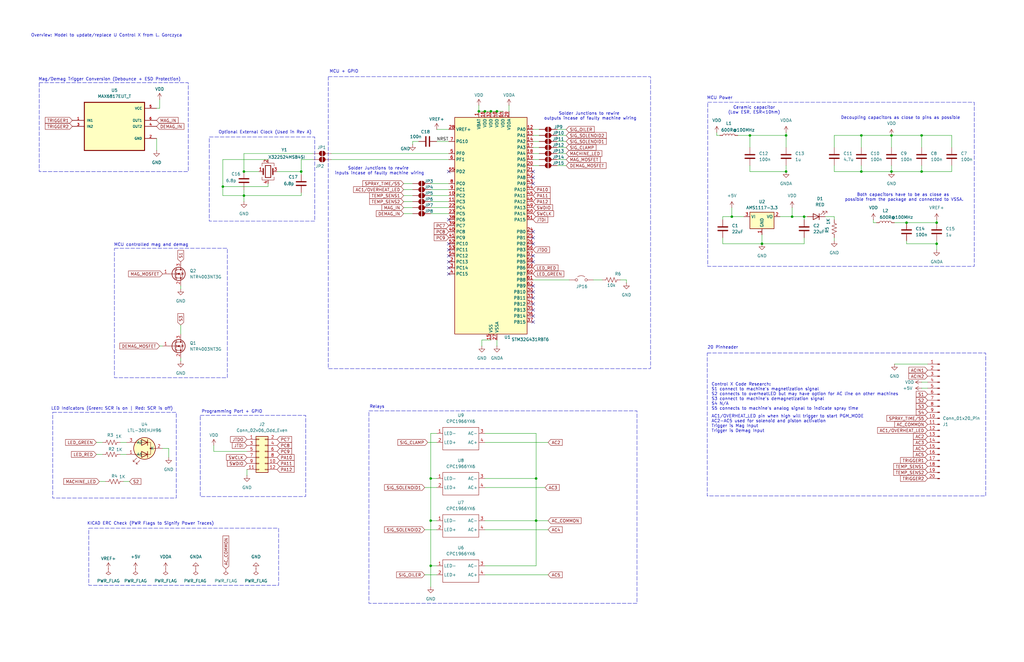
<source format=kicad_sch>
(kicad_sch (version 20250114) (generator "eeschema") (generator_version "9.0")
  (paper "B")
  (title_block (title "U Control") (date "2025-06-14") (rev "A") (company "Secured Solutions Group"))
  (rectangle (start 298.196 148.971) (end 415.671 209.296) (stroke (width 0) (type dash)))
  (rectangle (start 155.575 173.355) (end 268.605 254.635) (stroke (width 0) (type dash)))
  (rectangle (start 37.465 222.885) (end 117.475 247.015) (stroke (width 0) (type dash)))
  (rectangle (start 48.26 104.775) (end 95.885 159.385) (stroke (width 0) (type dash)))
  (rectangle (start 16.51 34.925) (end 79.375 72.39) (stroke (width 0) (type dash)))
  (rectangle (start 88.265 57.785) (end 132.715 93.345) (stroke (width 0) (type dash)))
  (rectangle (start 138.43 32.385) (end 274.32 155.575) (stroke (width 0) (type dash)))
  (rectangle (start 298.45 43.18) (end 410.845 112.395) (stroke (width 0) (type dash)))
  (rectangle (start 22.225 173.99) (end 74.295 210.185) (stroke (width 0) (type dash)))
  (rectangle (start 84.455 175.26) (end 128.905 209.55) (stroke (width 0) (type dash)))
  (text "MCU controlled mag and demag\n" (at 63.754 103.378 0) (effects (font (size 1.27 1.27))))
  (text "Control X Code Research:\nS1 connect to machine's magnetization signal\nS2 connects to overheatLED but may have option for AC line on other machines\nS3 connect to machine's demagnetization signal\nS4 N/A \nS5 connects to machine's analog signal to indicate spray time" (at 299.974 167.386 0) (effects (font (size 1.27 1.27)) (justify left)))
  (text "20 Pinheader" (at 304.8 146.685 0) (effects (font (size 1.27 1.27))))
  (text "MCU + GPIO" (at 145.034 30.226 0) (effects (font (size 1.27 1.27))))
  (text "KICAD ERC Check (PWR Flags to Signify Power Traces)" (at 63.5 220.98 0) (effects (font (size 1.27 1.27))))
  (text "Relays" (at 159.004 171.704 0) (effects (font (size 1.27 1.27))))
  (text "Solder Junctions to rewire \ninputs incase of faulty machine wiring" (at 160.02 72.136 0) (effects (font (size 1.27 1.27))))
  (text "Decoupling capacitors as close to pins as possible" (at 379.73 49.784 0) (effects (font (size 1.27 1.27))))
  (text "Optional External Clock (Used in Rev A)" (at 111.76 55.88 0) (effects (font (size 1.27 1.27))))
  (text "AC1/OVERHEAT_LED pin when high will trigger to start PGM_MODE\nAC2-AC5 used for solenoid and piston activation\nTrigger is Mag Input\nTrigger is Demag Input" (at 299.974 178.816 0) (effects (font (size 1.27 1.27)) (justify left)))
  (text "Solder Junctions to rewire \noutputs incase of faulty machine wiring" (at 248.92 49.022 0) (effects (font (size 1.27 1.27))))
  (text "MCU Power" (at 303.53 41.402 0) (effects (font (size 1.27 1.27))))
  (text "Mag/Demag Trigger Conversion (Debounce + ESD Protection)" (at 46.228 33.528 0) (effects (font (size 1.27 1.27))))
  (text "Both capacitors have to be as close as \npossible from the package and connected to VSSA.\n" (at 381.254 83.312 0) (effects (font (size 1.27 1.27))))
  (text "Ceramic capacitor\n(Low ESR, ESR<10hm)" (at 318.008 46.482 0) (effects (font (size 1.27 1.27))))
  (text "Programming Port + GPIO" (at 97.79 173.736 0) (effects (font (size 1.27 1.27))))
  (text "LED Indicators (Green: SCR is on | Red: SCR is off)\n" (at 47.244 172.466 0) (effects (font (size 1.27 1.27))))
  (text "Overview: Model to update/replace U Control X from L. Gorczyca" (at 44.958 14.986 0) (effects (font (size 1.27 1.27))))
  (junction (at 127 72.39))
  (junction (at 394.97 102.87))
  (junction (at 388.62 72.39))
  (junction (at 204.47 46.99))
  (junction (at 382.27 93.98))
  (junction (at 375.92 57.15))
  (junction (at 331.47 72.39))
  (junction (at 181.61 219.71))
  (junction (at 181.61 201.93))
  (junction (at 102.87 82.55))
  (junction (at 331.47 57.15))
  (junction (at 226.06 219.71))
  (junction (at 93.98 78.74))
  (junction (at 363.22 72.39))
  (junction (at 102.87 72.39))
  (junction (at 181.61 238.76))
  (junction (at 308.61 91.44))
  (junction (at 375.92 72.39))
  (junction (at 321.31 102.87))
  (junction (at 209.55 46.99))
  (junction (at 334.01 91.44))
  (junction (at 226.06 201.93))
  (junction (at 207.01 46.99))
  (junction (at 388.62 57.15))
  (junction (at 201.93 46.99))
  (junction (at 394.97 93.98))
  (junction (at 339.09 91.44))
  (junction (at 363.22 57.15))
  (junction (at 316.23 57.15))
  (no_connect (at 224.79 130.81))
  (no_connect (at 189.23 92.71))
  (no_connect (at 189.23 105.41))
  (no_connect (at 224.79 125.73))
  (no_connect (at 224.79 74.93))
  (no_connect (at 189.23 115.57))
  (no_connect (at 189.23 113.03))
  (no_connect (at 224.79 97.79))
  (no_connect (at 189.23 102.87))
  (no_connect (at 189.23 72.39))
  (no_connect (at 224.79 102.87))
  (no_connect (at 224.79 100.33))
  (no_connect (at 224.79 133.35))
  (no_connect (at 224.79 72.39))
  (no_connect (at 189.23 110.49))
  (no_connect (at 224.79 107.95))
  (no_connect (at 224.79 110.49))
  (no_connect (at 224.79 120.65))
  (no_connect (at 224.79 123.19))
  (no_connect (at 224.79 77.47))
  (no_connect (at 189.23 107.95))
  (no_connect (at 224.79 128.27))
  (no_connect (at 224.79 135.89))
  (wire (pts (xy 363.22 69.85) (xy 363.22 72.39)))
  (wire (pts (xy 226.06 182.88) (xy 204.47 182.88)))
  (wire (pts (xy 132.08 67.31) (xy 127 67.31)))
  (wire (pts (xy 368.3 92.71) (xy 368.3 93.98)))
  (wire (pts (xy 204.47 186.69) (xy 231.14 186.69)))
  (wire (pts (xy 401.32 69.85) (xy 401.32 72.39)))
  (wire (pts (xy 388.62 69.85) (xy 388.62 72.39)))
  (wire (pts (xy 377.19 93.98) (xy 382.27 93.98)))
  (wire (pts (xy 90.17 187.96) (xy 90.17 190.5)))
  (wire (pts (xy 102.87 72.39) (xy 109.22 72.39)))
  (wire (pts (xy 250.19 118.11) (xy 254 118.11)))
  (wire (pts (xy 363.22 57.15) (xy 375.92 57.15)))
  (wire (pts (xy 76.2 152.4) (xy 76.2 151.13)))
  (wire (pts (xy 189.23 67.31) (xy 139.7 67.31)))
  (wire (pts (xy 184.15 59.69) (xy 189.23 59.69)))
  (wire (pts (xy 179.07 205.74) (xy 184.15 205.74)))
  (wire (pts (xy 67.31 146.05) (xy 68.58 146.05)))
  (wire (pts (xy 67.31 45.72) (xy 66.04 45.72)))
  (wire (pts (xy 224.79 54.61) (xy 227.33 54.61)))
  (wire (pts (xy 189.23 64.77) (xy 139.7 64.77)))
  (wire (pts (xy 234.95 62.23) (xy 238.76 62.23)))
  (wire (pts (xy 351.79 69.85) (xy 351.79 72.39)))
  (wire (pts (xy 170.18 85.09) (xy 173.99 85.09)))
  (wire (pts (xy 229.87 205.74) (xy 204.47 205.74)))
  (wire (pts (xy 184.15 54.61) (xy 189.23 54.61)))
  (wire (pts (xy 102.87 72.39) (xy 102.87 64.77)))
  (wire (pts (xy 394.97 102.87) (xy 394.97 101.6)))
  (wire (pts (xy 316.23 57.15) (xy 331.47 57.15)))
  (wire (pts (xy 76.2 121.92) (xy 76.2 120.65)))
  (wire (pts (xy 401.32 62.23) (xy 401.32 57.15)))
  (wire (pts (xy 181.61 238.76) (xy 184.15 238.76)))
  (wire (pts (xy 394.97 105.41) (xy 394.97 102.87)))
  (wire (pts (xy 43.18 186.69) (xy 40.64 186.69)))
  (wire (pts (xy 170.18 82.55) (xy 173.99 82.55)))
  (wire (pts (xy 201.93 44.45) (xy 201.93 46.99)))
  (wire (pts (xy 201.93 46.99) (xy 204.47 46.99)))
  (wire (pts (xy 321.31 102.87) (xy 339.09 102.87)))
  (wire (pts (xy 170.18 90.17) (xy 173.99 90.17)))
  (wire (pts (xy 382.27 102.87) (xy 382.27 101.6)))
  (wire (pts (xy 209.55 46.99) (xy 212.09 46.99)))
  (wire (pts (xy 181.61 80.01) (xy 189.23 80.01)))
  (wire (pts (xy 302.26 57.15) (xy 303.53 57.15)))
  (wire (pts (xy 363.22 62.23) (xy 363.22 57.15)))
  (wire (pts (xy 203.2 143.51) (xy 207.01 143.51)))
  (wire (pts (xy 351.79 57.15) (xy 351.79 62.23)))
  (wire (pts (xy 204.47 219.71) (xy 226.06 219.71)))
  (wire (pts (xy 113.03 78.74) (xy 113.03 77.47)))
  (wire (pts (xy 304.8 100.33) (xy 304.8 102.87)))
  (wire (pts (xy 311.15 57.15) (xy 316.23 57.15)))
  (wire (pts (xy 331.47 62.23) (xy 331.47 57.15)))
  (wire (pts (xy 388.62 62.23) (xy 388.62 57.15)))
  (wire (pts (xy 181.61 182.88) (xy 181.61 201.93)))
  (wire (pts (xy 388.62 163.83) (xy 391.16 163.83)))
  (wire (pts (xy 93.98 78.74) (xy 113.03 78.74)))
  (wire (pts (xy 224.79 62.23) (xy 227.33 62.23)))
  (wire (pts (xy 394.97 93.98) (xy 382.27 93.98)))
  (wire (pts (xy 173.99 60.96) (xy 173.99 59.69)))
  (wire (pts (xy 331.47 55.88) (xy 331.47 57.15)))
  (wire (pts (xy 231.14 223.52) (xy 204.47 223.52)))
  (wire (pts (xy 127 73.66) (xy 127 72.39)))
  (wire (pts (xy 308.61 91.44) (xy 313.69 91.44)))
  (wire (pts (xy 127 81.28) (xy 127 82.55)))
  (wire (pts (xy 375.92 57.15) (xy 388.62 57.15)))
  (wire (pts (xy 264.16 118.11) (xy 261.62 118.11)))
  (wire (pts (xy 71.12 193.04) (xy 71.12 189.23)))
  (wire (pts (xy 93.98 78.74) (xy 93.98 82.55)))
  (wire (pts (xy 224.79 59.69) (xy 227.33 59.69)))
  (wire (pts (xy 66.04 63.5) (xy 66.04 58.42)))
  (wire (pts (xy 234.95 57.15) (xy 238.76 57.15)))
  (wire (pts (xy 214.63 44.45) (xy 214.63 46.99)))
  (wire (pts (xy 127 67.31) (xy 127 72.39)))
  (wire (pts (xy 181.61 238.76) (xy 181.61 247.65)))
  (wire (pts (xy 102.87 80.01) (xy 102.87 82.55)))
  (wire (pts (xy 204.47 238.76) (xy 226.06 238.76)))
  (wire (pts (xy 44.45 203.2) (xy 41.91 203.2)))
  (wire (pts (xy 170.18 77.47) (xy 173.99 77.47)))
  (wire (pts (xy 363.22 72.39) (xy 375.92 72.39)))
  (wire (pts (xy 321.31 99.06) (xy 321.31 102.87)))
  (wire (pts (xy 331.47 72.39) (xy 316.23 72.39)))
  (wire (pts (xy 181.61 201.93) (xy 181.61 219.71)))
  (wire (pts (xy 347.98 91.44) (xy 351.79 91.44)))
  (wire (pts (xy 102.87 82.55) (xy 127 82.55)))
  (wire (pts (xy 226.06 182.88) (xy 226.06 201.93)))
  (wire (pts (xy 203.2 146.05) (xy 203.2 143.51)))
  (wire (pts (xy 375.92 62.23) (xy 375.92 57.15)))
  (wire (pts (xy 209.55 146.05) (xy 209.55 143.51)))
  (wire (pts (xy 67.31 41.91) (xy 67.31 45.72)))
  (wire (pts (xy 93.98 67.31) (xy 113.03 67.31)))
  (wire (pts (xy 224.79 64.77) (xy 227.33 64.77)))
  (wire (pts (xy 181.61 87.63) (xy 189.23 87.63)))
  (wire (pts (xy 50.8 191.77) (xy 53.34 191.77)))
  (wire (pts (xy 226.06 201.93) (xy 226.06 219.71)))
  (wire (pts (xy 339.09 91.44) (xy 340.36 91.44)))
  (wire (pts (xy 43.18 191.77) (xy 40.64 191.77)))
  (wire (pts (xy 54.61 203.2) (xy 52.07 203.2)))
  (wire (pts (xy 316.23 72.39) (xy 316.23 69.85)))
  (wire (pts (xy 181.61 77.47) (xy 189.23 77.47)))
  (wire (pts (xy 90.17 190.5) (xy 104.14 190.5)))
  (wire (pts (xy 224.79 67.31) (xy 227.33 67.31)))
  (wire (pts (xy 76.2 137.16) (xy 76.2 140.97)))
  (wire (pts (xy 102.87 64.77) (xy 132.08 64.77)))
  (wire (pts (xy 388.62 161.29) (xy 391.16 161.29)))
  (wire (pts (xy 224.79 118.11) (xy 240.03 118.11)))
  (wire (pts (xy 394.97 102.87) (xy 382.27 102.87)))
  (wire (pts (xy 351.79 91.44) (xy 351.79 92.71)))
  (wire (pts (xy 351.79 72.39) (xy 363.22 72.39)))
  (wire (pts (xy 179.07 242.57) (xy 184.15 242.57)))
  (wire (pts (xy 234.95 59.69) (xy 238.76 59.69)))
  (wire (pts (xy 207.01 46.99) (xy 209.55 46.99)))
  (wire (pts (xy 328.93 91.44) (xy 334.01 91.44)))
  (wire (pts (xy 339.09 91.44) (xy 339.09 92.71)))
  (wire (pts (xy 93.98 82.55) (xy 102.87 82.55)))
  (wire (pts (xy 181.61 85.09) (xy 189.23 85.09)))
  (wire (pts (xy 180.34 186.69) (xy 184.15 186.69)))
  (wire (pts (xy 375.92 72.39) (xy 388.62 72.39)))
  (wire (pts (xy 102.87 82.55) (xy 102.87 85.09)))
  (wire (pts (xy 170.18 87.63) (xy 173.99 87.63)))
  (wire (pts (xy 234.95 54.61) (xy 238.76 54.61)))
  (wire (pts (xy 71.12 189.23) (xy 68.58 189.23)))
  (wire (pts (xy 308.61 87.63) (xy 308.61 91.44)))
  (wire (pts (xy 127 72.39) (xy 116.84 72.39)))
  (wire (pts (xy 204.47 46.99) (xy 207.01 46.99)))
  (wire (pts (xy 234.95 64.77) (xy 238.76 64.77)))
  (wire (pts (xy 179.07 223.52) (xy 184.15 223.52)))
  (wire (pts (xy 388.62 72.39) (xy 401.32 72.39)))
  (wire (pts (xy 50.8 186.69) (xy 53.34 186.69)))
  (wire (pts (xy 334.01 87.63) (xy 334.01 91.44)))
  (wire (pts (xy 181.61 201.93) (xy 184.15 201.93)))
  (wire (pts (xy 181.61 219.71) (xy 181.61 238.76)))
  (wire (pts (xy 173.99 59.69) (xy 176.53 59.69)))
  (wire (pts (xy 93.98 67.31) (xy 93.98 78.74)))
  (wire (pts (xy 331.47 72.39) (xy 331.47 69.85)))
  (wire (pts (xy 234.95 67.31) (xy 238.76 67.31)))
  (wire (pts (xy 181.61 90.17) (xy 189.23 90.17)))
  (wire (pts (xy 226.06 219.71) (xy 226.06 238.76)))
  (wire (pts (xy 375.92 69.85) (xy 375.92 72.39)))
  (wire (pts (xy 264.16 119.38) (xy 264.16 118.11)))
  (wire (pts (xy 104.14 200.66) (xy 104.14 198.12)))
  (wire (pts (xy 351.79 57.15) (xy 363.22 57.15)))
  (wire (pts (xy 231.14 242.57) (xy 204.47 242.57)))
  (wire (pts (xy 224.79 57.15) (xy 227.33 57.15)))
  (wire (pts (xy 339.09 100.33) (xy 339.09 102.87)))
  (wire (pts (xy 302.26 55.88) (xy 302.26 57.15)))
  (wire (pts (xy 304.8 92.71) (xy 304.8 91.44)))
  (wire (pts (xy 224.79 69.85) (xy 227.33 69.85)))
  (wire (pts (xy 368.3 93.98) (xy 369.57 93.98)))
  (wire (pts (xy 181.61 82.55) (xy 189.23 82.55)))
  (wire (pts (xy 304.8 102.87) (xy 321.31 102.87)))
  (wire (pts (xy 351.79 101.6) (xy 351.79 100.33)))
  (wire (pts (xy 231.14 219.71) (xy 226.06 219.71)))
  (wire (pts (xy 234.95 69.85) (xy 238.76 69.85)))
  (wire (pts (xy 394.97 92.71) (xy 394.97 93.98)))
  (wire (pts (xy 181.61 219.71) (xy 184.15 219.71)))
  (wire (pts (xy 170.18 80.01) (xy 173.99 80.01)))
  (wire (pts (xy 334.01 91.44) (xy 339.09 91.44)))
  (wire (pts (xy 388.62 57.15) (xy 401.32 57.15)))
  (wire (pts (xy 181.61 182.88) (xy 184.15 182.88)))
  (wire (pts (xy 204.47 201.93) (xy 226.06 201.93)))
  (wire (pts (xy 377.19 153.67) (xy 391.16 153.67)))
  (wire (pts (xy 304.8 91.44) (xy 308.61 91.44)))
  (wire (pts (xy 316.23 62.23) (xy 316.23 57.15)))
  (label "NRST" (at 184.15 59.69 0))
  (global_label "LED_RED" (shape input) (at 224.79 113.03 0) (property "Intersheetrefs" "${INTERSHEET_REFS}" (effects (hide yes))))
  (global_label "JTDO" (shape input) (at 224.79 105.41 0) (property "Intersheetrefs" "${INTERSHEET_REFS}" (effects (hide yes))))
  (global_label "PA10" (shape input) (at 224.79 80.01 0) (property "Intersheetrefs" "${INTERSHEET_REFS}" (effects (hide yes))))
  (global_label "PC8" (shape input) (at 116.84 187.96 0) (property "Intersheetrefs" "${INTERSHEET_REFS}" (effects (hide yes))))
  (global_label "TEMP_SENS1" (shape input) (at 391.16 196.85 180) (property "Intersheetrefs" "${INTERSHEET_REFS}" (effects (hide yes))))
  (global_label "MAG_MOSFET" (shape input) (at 68.58 115.57 180) (property "Intersheetrefs" "${INTERSHEET_REFS}" (effects (hide yes))))
  (global_label "LED_RED" (shape input) (at 40.64 191.77 180) (property "Intersheetrefs" "${INTERSHEET_REFS}" (effects (hide yes))))
  (global_label "S1" (shape input) (at 391.16 166.37 180) (property "Intersheetrefs" "${INTERSHEET_REFS}" (effects (hide yes))))
  (global_label "JTDI" (shape input) (at 224.79 92.71 0) (property "Intersheetrefs" "${INTERSHEET_REFS}" (effects (hide yes))))
  (global_label "SIG_OILER" (shape input) (at 179.07 242.57 180) (property "Intersheetrefs" "${INTERSHEET_REFS}" (effects (hide yes))))
  (global_label "SWCLK" (shape input) (at 224.79 90.17 0) (property "Intersheetrefs" "${INTERSHEET_REFS}" (effects (hide yes))))
  (global_label "S1" (shape input) (at 76.2 110.49 90) (property "Intersheetrefs" "${INTERSHEET_REFS}" (effects (hide yes))))
  (global_label "S3" (shape input) (at 76.2 137.16 90) (property "Intersheetrefs" "${INTERSHEET_REFS}" (effects (hide yes))))
  (global_label "TRIGGER1" (shape input) (at 391.16 194.31 180) (property "Intersheetrefs" "${INTERSHEET_REFS}" (effects (hide yes))))
  (global_label "SIG_OILER" (shape input) (at 238.76 54.61 0) (property "Intersheetrefs" "${INTERSHEET_REFS}" (effects (hide yes))))
  (global_label "DEMAG_MOSFET" (shape input) (at 67.31 146.05 180) (property "Intersheetrefs" "${INTERSHEET_REFS}" (effects (hide yes))))
  (global_label "JTDI" (shape input) (at 104.14 187.96 180) (property "Intersheetrefs" "${INTERSHEET_REFS}" (effects (hide yes))))
  (global_label "DEMAG_IN" (shape input) (at 66.04 53.34 0) (property "Intersheetrefs" "${INTERSHEET_REFS}" (effects (hide yes))))
  (global_label "AC4" (shape input) (at 231.14 223.52 0) (property "Intersheetrefs" "${INTERSHEET_REFS}" (effects (hide yes))))
  (global_label "LED_GREEN" (shape input) (at 224.79 115.57 0) (property "Intersheetrefs" "${INTERSHEET_REFS}" (effects (hide yes))))
  (global_label "PA11" (shape input) (at 116.84 195.58 0) (property "Intersheetrefs" "${INTERSHEET_REFS}" (effects (hide yes))))
  (global_label "SWCLK" (shape input) (at 104.14 193.04 180) (property "Intersheetrefs" "${INTERSHEET_REFS}" (effects (hide yes))))
  (global_label "SPRAY_TIME{slash}S5" (shape input) (at 170.18 77.47 180) (property "Intersheetrefs" "${INTERSHEET_REFS}" (effects (hide yes))))
  (global_label "TRIGGER2" (shape input) (at 391.16 201.93 180) (property "Intersheetrefs" "${INTERSHEET_REFS}" (effects (hide yes))))
  (global_label "AC1{slash}OVERHEAT_LED" (shape input) (at 391.16 181.61 180) (property "Intersheetrefs" "${INTERSHEET_REFS}" (effects (hide yes))))
  (global_label "SIG_SOLENOID1" (shape input) (at 238.76 59.69 0) (property "Intersheetrefs" "${INTERSHEET_REFS}" (effects (hide yes))))
  (global_label "ACIN2" (shape input) (at 391.16 158.75 180) (property "Intersheetrefs" "${INTERSHEET_REFS}" (effects (hide yes))))
  (global_label "SPRAY_TIME{slash}S5" (shape input) (at 391.16 176.53 180) (property "Intersheetrefs" "${INTERSHEET_REFS}" (effects (hide yes))))
  (global_label "AC3" (shape input) (at 229.87 205.74 0) (property "Intersheetrefs" "${INTERSHEET_REFS}" (effects (hide yes))))
  (global_label "PA12" (shape input) (at 116.84 198.12 0) (property "Intersheetrefs" "${INTERSHEET_REFS}" (effects (hide yes))))
  (global_label "TEMP_SENS1" (shape input) (at 170.18 82.55 180) (property "Intersheetrefs" "${INTERSHEET_REFS}" (effects (hide yes))))
  (global_label "LED_GREEN" (shape input) (at 40.64 186.69 180) (property "Intersheetrefs" "${INTERSHEET_REFS}" (effects (hide yes))))
  (global_label "PC7" (shape input) (at 189.23 95.25 180) (property "Intersheetrefs" "${INTERSHEET_REFS}" (effects (hide yes))))
  (global_label "TEMP_SENS2" (shape input) (at 391.16 199.39 180) (property "Intersheetrefs" "${INTERSHEET_REFS}" (effects (hide yes))))
  (global_label "PA11" (shape input) (at 224.79 82.55 0) (property "Intersheetrefs" "${INTERSHEET_REFS}" (effects (hide yes))))
  (global_label "AC4" (shape input) (at 391.16 189.23 180) (property "Intersheetrefs" "${INTERSHEET_REFS}" (effects (hide yes))))
  (global_label "AC_COMMON" (shape input) (at 391.16 179.07 180) (property "Intersheetrefs" "${INTERSHEET_REFS}" (effects (hide yes))))
  (global_label "JTDO" (shape input) (at 104.14 185.42 180) (property "Intersheetrefs" "${INTERSHEET_REFS}" (effects (hide yes))))
  (global_label "S3" (shape input) (at 391.16 171.45 180) (property "Intersheetrefs" "${INTERSHEET_REFS}" (effects (hide yes))))
  (global_label "MAG_IN" (shape input) (at 170.18 87.63 180) (property "Intersheetrefs" "${INTERSHEET_REFS}" (effects (hide yes))))
  (global_label "TRIGGER2" (shape input) (at 30.48 53.34 180) (property "Intersheetrefs" "${INTERSHEET_REFS}" (effects (hide yes))))
  (global_label "PA10" (shape input) (at 116.84 193.04 0) (property "Intersheetrefs" "${INTERSHEET_REFS}" (effects (hide yes))))
  (global_label "AC1{slash}OVERHEAT_LED" (shape input) (at 170.18 80.01 180) (property "Intersheetrefs" "${INTERSHEET_REFS}" (effects (hide yes))))
  (global_label "PC9" (shape input) (at 116.84 190.5 0) (property "Intersheetrefs" "${INTERSHEET_REFS}" (effects (hide yes))))
  (global_label "AC3" (shape input) (at 391.16 186.69 180) (property "Intersheetrefs" "${INTERSHEET_REFS}" (effects (hide yes))))
  (global_label "S2" (shape input) (at 54.61 203.2 0) (property "Intersheetrefs" "${INTERSHEET_REFS}" (effects (hide yes))))
  (global_label "SIG_SOLENOID2" (shape input) (at 238.76 57.15 0) (property "Intersheetrefs" "${INTERSHEET_REFS}" (effects (hide yes))))
  (global_label "TRIGGER1" (shape input) (at 30.48 50.8 180) (property "Intersheetrefs" "${INTERSHEET_REFS}" (effects (hide yes))))
  (global_label "PC8" (shape input) (at 189.23 97.79 180) (property "Intersheetrefs" "${INTERSHEET_REFS}" (effects (hide yes))))
  (global_label "AC_COMMON" (shape input) (at 231.14 219.71 0) (property "Intersheetrefs" "${INTERSHEET_REFS}" (effects (hide yes))))
  (global_label "S2" (shape input) (at 391.16 168.91 180) (property "Intersheetrefs" "${INTERSHEET_REFS}" (effects (hide yes))))
  (global_label "AC_COMMON" (shape input) (at 95.25 240.03 90) (property "Intersheetrefs" "${INTERSHEET_REFS}" (effects (hide yes))))
  (global_label "MAG_MOSFET" (shape input) (at 238.76 67.31 0) (property "Intersheetrefs" "${INTERSHEET_REFS}" (effects (hide yes))))
  (global_label "AC5" (shape input) (at 231.14 242.57 0) (property "Intersheetrefs" "${INTERSHEET_REFS}" (effects (hide yes))))
  (global_label "AC2" (shape input) (at 231.14 186.69 0) (property "Intersheetrefs" "${INTERSHEET_REFS}" (effects (hide yes))))
  (global_label "DEMAG_IN" (shape input) (at 170.18 90.17 180) (property "Intersheetrefs" "${INTERSHEET_REFS}" (effects (hide yes))))
  (global_label "SIG_SOLENOID2" (shape input) (at 179.07 223.52 180) (property "Intersheetrefs" "${INTERSHEET_REFS}" (effects (hide yes))))
  (global_label "MAG_IN" (shape input) (at 66.04 50.8 0) (property "Intersheetrefs" "${INTERSHEET_REFS}" (effects (hide yes))))
  (global_label "AC2" (shape input) (at 391.16 184.15 180) (property "Intersheetrefs" "${INTERSHEET_REFS}" (effects (hide yes))))
  (global_label "DEMAG_MOSFET" (shape input) (at 238.76 69.85 0) (property "Intersheetrefs" "${INTERSHEET_REFS}" (effects (hide yes))))
  (global_label "MACHINE_LED" (shape input) (at 41.91 203.2 180) (property "Intersheetrefs" "${INTERSHEET_REFS}" (effects (hide yes))))
  (global_label "SIG_CLAMP" (shape input) (at 238.76 62.23 0) (property "Intersheetrefs" "${INTERSHEET_REFS}" (effects (hide yes))))
  (global_label "SIG_SOLENOID1" (shape input) (at 179.07 205.74 180) (property "Intersheetrefs" "${INTERSHEET_REFS}" (effects (hide yes))))
  (global_label "AC5" (shape input) (at 391.16 191.77 180) (property "Intersheetrefs" "${INTERSHEET_REFS}" (effects (hide yes))))
  (global_label "MACHINE_LED" (shape input) (at 238.76 64.77 0) (property "Intersheetrefs" "${INTERSHEET_REFS}" (effects (hide yes))))
  (global_label "SWDIO" (shape input) (at 104.14 195.58 180) (property "Intersheetrefs" "${INTERSHEET_REFS}" (effects (hide yes))))
  (global_label "PC9" (shape input) (at 189.23 100.33 180) (property "Intersheetrefs" "${INTERSHEET_REFS}" (effects (hide yes))))
  (global_label "SIG_CLAMP" (shape input) (at 180.34 186.69 180) (property "Intersheetrefs" "${INTERSHEET_REFS}" (effects (hide yes))))
  (global_label "S4" (shape input) (at 391.16 173.99 180) (property "Intersheetrefs" "${INTERSHEET_REFS}" (effects (hide yes))))
  (global_label "TEMP_SENS2" (shape input) (at 170.18 85.09 180) (property "Intersheetrefs" "${INTERSHEET_REFS}" (effects (hide yes))))
  (global_label "PC7" (shape input) (at 116.84 185.42 0) (property "Intersheetrefs" "${INTERSHEET_REFS}" (effects (hide yes))))
  (global_label "ACIN1" (shape input) (at 391.16 156.21 180) (property "Intersheetrefs" "${INTERSHEET_REFS}" (effects (hide yes))))
  (global_label "SWDIO" (shape input) (at 224.79 87.63 0) (property "Intersheetrefs" "${INTERSHEET_REFS}" (effects (hide yes))))
  (global_label "PA12" (shape input) (at 224.79 85.09 0) (property "Intersheetrefs" "${INTERSHEET_REFS}" (effects (hide yes))))
  (symbol (lib_id "power:VDD") (at 375.92 57.15 0) (unit 1)
    (property "Reference" "#PWR033" (effects (hide yes)))
    (property "Value" "VDD" (at 375.92 52.07 0))
    (property "Description" "Power symbol creates a global label with name \"VDD\"" (effects (hide yes)))
  )
  (symbol (lib_id "power:GND") (at 104.14 200.66 0) (unit 1)
    (property "Reference" "#PWR018" (effects (hide yes)))
    (property "Value" "GND" (at 104.14 205.74 0))
    (property "Description" "Power symbol creates a global label with name \"GND\" , ground" (effects (hide yes)))
  )
  (symbol (lib_id "power:GNDA") (at 82.55 240.03 180) (unit 1)
    (property "Reference" "#PWR08" (effects (hide yes)))
    (property "Value" "GNDA" (at 82.55 234.95 0))
    (property "Description" "Power symbol creates a global label with name \"GNDA\" , analog ground" (effects (hide yes)))
  )
  (symbol (lib_id "power:GND") (at 209.55 146.05 0) (unit 1)
    (property "Reference" "#PWR031" (effects (hide yes)))
    (property "Value" "GNDA" (at 209.55 151.13 0))
    (property "Description" "Power symbol creates a global label with name \"GND\" , ground" (effects (hide yes)))
  )
  (symbol (lib_id "Project_Lib:AMS1117-3.3") (at 321.31 91.44 0) (unit 1)
    (property "Reference" "U2" (at 321.31 85.09 0))
    (property "Value" "AMS1117-3.3" (at 321.31 87.63 0))
    (property "Footprint" "Package_TO_SOT_SMD:SOT-223-3_TabPin2" (effects (hide yes)))
    (property "Datasheet" "http://www.advanced-monolithic.com/pdf/ds1117.pdf" (effects (hide yes)))
    (property "Description" "1A Low Dropout regulator, positive, 3.3V fixed output, SOT-223" (effects (hide yes)))
  )
  (symbol (lib_id "power:GND") (at 375.92 72.39 0) (unit 1)
    (property "Reference" "#PWR012" (effects (hide yes)))
    (property "Value" "GND" (at 375.92 77.47 0))
    (property "Description" "Power symbol creates a global label with name \"GND\" , ground" (effects (hide yes)))
  )
  (symbol (lib_id "power:VDDA") (at 308.61 87.63 0) (unit 1)
    (property "Reference" "#PWR035" (effects (hide yes)))
    (property "Value" "+5V" (at 308.61 82.55 0))
    (property "Description" "Power symbol creates a global label with name \"VDDA\"" (effects (hide yes)))
  )
  (symbol (lib_id "power:PWR_FLAG") (at 45.72 240.03 180) (unit 1)
    (property "Reference" "#FLG02" (effects (hide yes)))
    (property "Value" "PWR_FLAG" (at 45.72 245.11 0))
    (property "Description" "Special symbol for telling ERC where power comes from" (effects (hide yes)))
  )
  (symbol (lib_id "Jumper:SolderJumper_2_Open") (at 231.14 57.15 0) (unit 1) (in_bom no)
    (property "Reference" "JP10" (at 235.458 56.134 0))
    (property "Value" "SolderJumper_2_Open" (effects (hide yes)))
    (property "Footprint" "Jumper:SolderJumper-2_P1.3mm_Open_Pad1.0x1.5mm" (effects (hide yes)))
    (property "Description" "Solder Jumper, 2-pole, open" (effects (hide yes)))
  )
  (symbol (lib_id "Device:C") (at 401.32 66.04 0) (unit 1)
    (property "Reference" "C7" (at 405.13 64.7699 0) (effects (justify left)))
    (property "Value" "100n" (at 405.13 67.3099 0) (effects (justify left)))
    (property "Footprint" "Capacitor_SMD:C_0805_2012Metric" (effects (hide yes)))
    (property "Description" "Unpolarized capacitor" (effects (hide yes)))
  )
  (symbol (lib_id "Connector_Generic:Conn_02x06_Odd_Even") (at 109.22 190.5 0) (unit 1)
    (property "Reference" "J2" (at 110.49 179.07 0))
    (property "Value" "Conn_02x06_Odd_Even" (at 110.49 181.61 0))
    (property "Footprint" "Connector_PinHeader_2.54mm:PinHeader_2x06_P2.54mm_Vertical" (effects (hide yes)))
    (property "Description" "Generic connector, double row, 02x06, odd/even pin numbering scheme (row 1 odd numbers, row 2 even numbers), script generated (kicad-library-utils/schlib/autogen/connector/)" (effects (hide yes)))
  )
  (symbol (lib_id "power:GND") (at 264.16 119.38 0) (unit 1)
    (property "Reference" "#PWR039" (effects (hide yes)))
    (property "Value" "GND" (at 264.16 124.46 0))
    (property "Description" "Power symbol creates a global label with name \"GND\" , ground" (effects (hide yes)))
  )
  (symbol (lib_id "power:GND") (at 66.04 63.5 0) (unit 1)
    (property "Reference" "#PWR022" (effects (hide yes)))
    (property "Value" "GND" (at 66.04 68.58 0))
    (property "Description" "Power symbol creates a global label with name \"GND\" , ground" (effects (hide yes)))
  )
  (symbol (lib_id "power:GND") (at 76.2 121.92 0) (unit 1)
    (property "Reference" "#PWR024" (effects (hide yes)))
    (property "Value" "GND" (at 76.2 127 0))
    (property "Description" "Power symbol creates a global label with name \"GND\" , ground" (effects (hide yes)))
  )
  (symbol (lib_id "Device:L") (at 307.34 57.15 270) (mirror x) (unit 1)
    (property "Reference" "L1" (at 307.34 52.07 90))
    (property "Value" "600R@100MHz" (at 311.15 54.864 90))
    (property "Footprint" "Inductor_SMD:L_0805_2012Metric" (effects (hide yes)))
    (property "Description" "Inductor" (effects (hide yes)))
  )
  (symbol (lib_id "power:VDDA") (at 214.63 44.45 0) (unit 1)
    (property "Reference" "#PWR04" (effects (hide yes)))
    (property "Value" "VDDA" (at 214.63 40.132 0))
    (property "Description" "Power symbol creates a global label with name \"VDDA\"" (effects (hide yes)))
  )
  (symbol (lib_id "power:PWR_FLAG") (at 82.55 240.03 180) (unit 1)
    (property "Reference" "#FLG05" (effects (hide yes)))
    (property "Value" "PWR_FLAG" (at 82.296 245.11 0))
    (property "Description" "Special symbol for telling ERC where power comes from" (effects (hide yes)))
  )
  (symbol (lib_id "power:GND") (at 102.87 85.09 0) (unit 1)
    (property "Reference" "#PWR025" (effects (hide yes)))
    (property "Value" "GND" (at 102.87 90.17 0))
    (property "Description" "Power symbol creates a global label with name \"GND\" , ground" (effects (hide yes)))
  )
  (symbol (lib_id "power:GND") (at 107.95 240.03 180) (unit 1)
    (property "Reference" "#PWR016" (effects (hide yes)))
    (property "Value" "GND" (at 107.95 234.95 0))
    (property "Description" "Power symbol creates a global label with name \"GND\" , ground" (effects (hide yes)))
  )
  (symbol (lib_id "Device:C") (at 331.47 66.04 0) (unit 1)
    (property "Reference" "C13" (at 335.28 64.7699 0) (effects (justify left)))
    (property "Value" "1u" (at 335.28 67.3099 0) (effects (justify left)))
    (property "Footprint" "Capacitor_SMD:C_0805_2012Metric" (effects (hide yes)))
    (property "Description" "Unpolarized capacitor" (effects (hide yes)))
  )
  (symbol (lib_id "power:VDDA") (at 57.15 240.03 0) (unit 1)
    (property "Reference" "#PWR038" (effects (hide yes)))
    (property "Value" "+5V" (at 57.15 234.95 0))
    (property "Description" "Power symbol creates a global label with name \"VDDA\"" (effects (hide yes)))
  )
  (symbol (lib_id "Device:C") (at 351.79 66.04 0) (unit 1)
    (property "Reference" "C11" (at 355.6 64.7699 0) (effects (justify left)))
    (property "Value" "4.7u" (at 355.6 67.3099 0) (effects (justify left)))
    (property "Footprint" "Capacitor_SMD:C_0805_2012Metric" (effects (hide yes)))
    (property "Description" "Unpolarized capacitor" (effects (hide yes)))
  )
  (symbol (lib_id "Jumper:SolderJumper_2_Open") (at 231.14 62.23 0) (unit 1) (in_bom no)
    (property "Reference" "JP12" (at 235.458 61.214 0))
    (property "Value" "SolderJumper_2_Open" (effects (hide yes)))
    (property "Footprint" "Jumper:SolderJumper-2_P1.3mm_Open_Pad1.0x1.5mm" (effects (hide yes)))
    (property "Description" "Solder Jumper, 2-pole, open" (effects (hide yes)))
  )
  (symbol (lib_id "MCU_ST_STM32G4:STM32G431RBTx") (at 207.01 95.25 0) (unit 1)
    (property "Reference" "U1" (at 212.598 142.24 0) (effects (justify left)))
    (property "Value" "STM32G431RBT6" (at 215.646 143.256 0) (effects (justify left)))
    (property "Footprint" "Package_QFP:LQFP-64_10x10mm_P0.5mm" (effects (hide yes)))
    (property "Datasheet" "https://www.st.com/resource/en/datasheet/stm32g431rb.pdf" (effects (hide yes)))
    (property "Description" "STMicroelectronics Arm Cortex-M4 MCU, 128KB flash, 32KB RAM, 170 MHz, 1.71-3.6V, 52 GPIO, LQFP64" (effects (hide yes)))
  )
  (symbol (lib_id "Device:R_US") (at 257.81 118.11 270) (unit 1)
    (property "Reference" "R6" (at 260.604 115.57 90))
    (property "Value" "10k" (at 257.81 120.396 90))
    (property "Footprint" "Resistor_SMD:R_0805_2012Metric" (effects (hide yes)))
    (property "Description" "Resistor, US symbol" (effects (hide yes)))
  )
  (symbol (lib_name "CPC1966YX6_1") (lib_id "Project_Lib:CPC1966YX6") (at 195.58 243.84 0) (unit 1)
    (property "Reference" "U6" (at 194.31 231.14 0))
    (property "Value" "CPC1966YX6" (at 194.31 233.68 0))
    (property "Footprint" "Project_Lib:CPC1966YX6" (effects (hide yes)))
  )
  (symbol (lib_id "Device:R_US") (at 46.99 186.69 90) (unit 1)
    (property "Reference" "R3" (at 46.482 183.642 90))
    (property "Value" "1K" (at 50.038 184.15 90))
    (property "Footprint" "Resistor_SMD:R_0805_2012Metric" (effects (hide yes)))
    (property "Description" "Resistor, US symbol" (effects (hide yes)))
  )
  (symbol (lib_id "power:GND") (at 377.19 153.67 0) (unit 1)
    (property "Reference" "#PWR017" (effects (hide yes)))
    (property "Value" "GND" (at 377.19 158.75 0))
    (property "Description" "Power symbol creates a global label with name \"GND\" , ground" (effects (hide yes)))
  )
  (symbol (lib_id "Jumper:SolderJumper_2_Open") (at 135.89 67.31 0) (unit 1) (in_bom no)
    (property "Reference" "JP2" (at 134.874 70.104 0))
    (property "Value" "SolderJumper_2_Open" (effects (hide yes)))
    (property "Footprint" "Jumper:SolderJumper-2_P1.3mm_Open_Pad1.0x1.5mm" (effects (hide yes)))
    (property "Description" "Solder Jumper, 2-pole, open" (effects (hide yes)))
  )
  (symbol (lib_id "Jumper:Jumper_2_Open") (at 245.11 118.11 0) (unit 1)
    (property "Reference" "JP16" (at 245.364 120.904 0))
    (property "Value" "Jumper_2_Open" (effects (hide yes)))
    (property "Footprint" "Connector_PinHeader_2.54mm:PinHeader_1x02_P2.54mm_Vertical" (effects (hide yes)))
    (property "Description" "Jumper, 2-pole, open" (effects (hide yes)))
  )
  (symbol (lib_id "power:+5V") (at 388.62 163.83 90) (unit 1)
    (property "Reference" "#PWR030" (effects (hide yes)))
    (property "Value" "+5V" (at 384.81 163.8299 90) (effects (justify left)))
    (property "Description" "Power symbol creates a global label with name \"+5V\"" (effects (hide yes)))
  )
  (symbol (lib_id "Device:C") (at 304.8 96.52 0) (unit 1)
    (property "Reference" "C1" (at 308.61 95.2499 0) (effects (justify left)))
    (property "Value" "22uF" (at 308.61 97.7899 0) (effects (justify left)))
    (property "Footprint" "Capacitor_SMD:C_0805_2012Metric" (effects (hide yes)))
    (property "Description" "Unpolarized capacitor" (effects (hide yes)))
  )
  (symbol (lib_id "Device:Crystal_GND24") (at 113.03 72.39 0) (unit 1)
    (property "Reference" "Y1" (at 119.888 63.246 0))
    (property "Value" "X322524MSB4SI" (at 120.904 66.294 0))
    (property "Footprint" "Crystal:Crystal_SMD_3225-4Pin_3.2x2.5mm" (effects (hide yes)))
    (property "Description" "Four pin crystal, GND on pins 2 and 4" (effects (hide yes)))
  )
  (symbol (lib_id "Jumper:SolderJumper_2_Open") (at 231.14 69.85 0) (unit 1) (in_bom no)
    (property "Reference" "JP15" (at 235.458 68.834 0))
    (property "Value" "SolderJumper_2_Open" (effects (hide yes)))
    (property "Footprint" "Jumper:SolderJumper-2_P1.3mm_Open_Pad1.0x1.5mm" (effects (hide yes)))
    (property "Description" "Solder Jumper, 2-pole, open" (effects (hide yes)))
  )
  (symbol (lib_id "Jumper:SolderJumper_2_Open") (at 177.8 85.09 0) (unit 1) (in_bom no)
    (property "Reference" "JP6" (at 180.848 84.074 0))
    (property "Value" "SolderJumper_2_Open" (effects (hide yes)))
    (property "Footprint" "Jumper:SolderJumper-2_P1.3mm_Open_Pad1.0x1.5mm" (effects (hide yes)))
    (property "Description" "Solder Jumper, 2-pole, open" (effects (hide yes)))
  )
  (symbol (lib_id "Jumper:SolderJumper_2_Open") (at 177.8 82.55 0) (unit 1) (in_bom no)
    (property "Reference" "JP5" (at 180.848 81.534 0))
    (property "Value" "SolderJumper_2_Open" (effects (hide yes)))
    (property "Footprint" "Jumper:SolderJumper-2_P1.3mm_Open_Pad1.0x1.5mm" (effects (hide yes)))
    (property "Description" "Solder Jumper, 2-pole, open" (effects (hide yes)))
  )
  (symbol (lib_id "power:PWR_FLAG") (at 95.25 240.03 180) (unit 1)
    (property "Reference" "#FLG06" (effects (hide yes)))
    (property "Value" "PWR_FLAG" (at 95.25 245.11 0))
    (property "Description" "Special symbol for telling ERC where power comes from" (effects (hide yes)))
  )
  (symbol (lib_id "Device:R_US") (at 46.99 191.77 90) (unit 1)
    (property "Reference" "R2" (at 46.99 189.484 90))
    (property "Value" "1K" (at 50.292 189.738 90))
    (property "Footprint" "Resistor_SMD:R_0805_2012Metric" (effects (hide yes)))
    (property "Description" "Resistor, US symbol" (effects (hide yes)))
  )
  (symbol (lib_id "Jumper:SolderJumper_2_Open") (at 231.14 59.69 0) (unit 1) (in_bom no)
    (property "Reference" "JP11" (at 235.458 58.674 0))
    (property "Value" "SolderJumper_2_Open" (effects (hide yes)))
    (property "Footprint" "Jumper:SolderJumper-2_P1.3mm_Open_Pad1.0x1.5mm" (effects (hide yes)))
    (property "Description" "Solder Jumper, 2-pole, open" (effects (hide yes)))
  )
  (symbol (lib_id "Transistor_FET:FDMT80060DC") (at 73.66 146.05 0) (unit 1)
    (property "Reference" "Q1" (at 80.01 144.7799 0) (effects (justify left)))
    (property "Value" "NTR4003NT3G" (at 80.01 147.3199 0) (effects (justify left)))
    (property "Footprint" "Project_Lib:NTR4003NT3G" (effects (hide yes)))
  )
  (symbol (lib_id "Jumper:SolderJumper_2_Open") (at 177.8 80.01 0) (unit 1) (in_bom no)
    (property "Reference" "JP4" (at 180.848 78.994 0))
    (property "Value" "SolderJumper_2_Open" (effects (hide yes)))
    (property "Footprint" "Jumper:SolderJumper-2_P1.3mm_Open_Pad1.0x1.5mm" (effects (hide yes)))
    (property "Description" "Solder Jumper, 2-pole, open" (effects (hide yes)))
  )
  (symbol (lib_name "CPC1966YX6_1") (lib_id "Project_Lib:CPC1966YX6") (at 195.58 207.01 0) (unit 1)
    (property "Reference" "U8" (at 194.31 194.31 0))
    (property "Value" "CPC1966YX6" (at 194.31 196.85 0))
    (property "Footprint" "Project_Lib:CPC1966YX6" (effects (hide yes)))
  )
  (symbol (lib_id "Transistor_FET:FDMT80060DC") (at 73.66 115.57 0) (unit 1)
    (property "Reference" "Q2" (at 80.01 114.2999 0) (effects (justify left)))
    (property "Value" "NTR4003NT3G" (at 80.01 116.8399 0) (effects (justify left)))
    (property "Footprint" "Project_Lib:NTR4003NT3G" (effects (hide yes)))
  )
  (symbol (lib_id "Device:C") (at 180.34 59.69 90) (unit 1)
    (property "Reference" "C18" (at 181.356 55.626 90) (effects (justify left)))
    (property "Value" "100n" (at 177.8 57.658 90) (effects (justify left)))
    (property "Footprint" "Capacitor_SMD:C_0805_2012Metric" (effects (hide yes)))
    (property "Description" "Unpolarized capacitor" (effects (hide yes)))
  )
  (symbol (lib_id "Device:C") (at 316.23 66.04 0) (unit 1)
    (property "Reference" "C12" (at 320.04 64.7699 0) (effects (justify left)))
    (property "Value" "100n" (at 320.04 67.3099 0) (effects (justify left)))
    (property "Footprint" "Capacitor_SMD:C_0805_2012Metric" (effects (hide yes)))
    (property "Description" "Unpolarized capacitor" (effects (hide yes)))
  )
  (symbol (lib_id "Device:C") (at 388.62 66.04 0) (unit 1)
    (property "Reference" "C8" (at 392.43 64.7699 0) (effects (justify left)))
    (property "Value" "100n" (at 392.43 67.3099 0) (effects (justify left)))
    (property "Footprint" "Capacitor_SMD:C_0805_2012Metric" (effects (hide yes)))
    (property "Description" "Unpolarized capacitor" (effects (hide yes)))
  )
  (symbol (lib_name "CPC1966YX6_1") (lib_id "Project_Lib:CPC1966YX6") (at 195.58 224.79 0) (unit 1)
    (property "Reference" "U7" (at 194.31 212.09 0))
    (property "Value" "CPC1966YX6" (at 194.31 214.63 0))
    (property "Footprint" "Project_Lib:CPC1966YX6" (effects (hide yes)))
  )
  (symbol (lib_id "power:VDD") (at 334.01 87.63 0) (unit 1)
    (property "Reference" "#PWR034" (effects (hide yes)))
    (property "Value" "VDD" (at 334.01 82.55 0))
    (property "Description" "Power symbol creates a global label with name \"VDD\"" (effects (hide yes)))
  )
  (symbol (lib_id "Jumper:SolderJumper_2_Open") (at 135.89 64.77 0) (mirror y) (unit 1) (in_bom no)
    (property "Reference" "JP1" (at 135.636 62.23 0))
    (property "Value" "SolderJumper_2_Open" (effects (hide yes)))
    (property "Footprint" "Jumper:SolderJumper-2_P1.3mm_Open_Pad1.0x1.5mm" (effects (hide yes)))
    (property "Description" "Solder Jumper, 2-pole, open" (effects (hide yes)))
  )
  (symbol (lib_id "Jumper:SolderJumper_2_Open") (at 177.8 77.47 0) (unit 1) (in_bom no)
    (property "Reference" "JP3" (at 180.848 76.454 0))
    (property "Value" "SolderJumper_2_Open" (effects (hide yes)))
    (property "Footprint" "Jumper:SolderJumper-2_P1.3mm_Open_Pad1.0x1.5mm" (effects (hide yes)))
    (property "Description" "Solder Jumper, 2-pole, open" (effects (hide yes)))
  )
  (symbol (lib_id "Device:R_US") (at 351.79 96.52 180) (unit 1)
    (property "Reference" "R5" (at 348.742 97.028 90))
    (property "Value" "1K" (at 349.25 93.472 90))
    (property "Footprint" "Resistor_SMD:R_0805_2012Metric" (effects (hide yes)))
    (property "Description" "Resistor, US symbol" (effects (hide yes)))
  )
  (symbol (lib_id "power:GND") (at 181.61 247.65 0) (unit 1)
    (property "Reference" "#PWR014" (effects (hide yes)))
    (property "Value" "GND" (at 181.61 252.73 0))
    (property "Description" "Power symbol creates a global label with name \"GND\" , ground" (effects (hide yes)))
  )
  (symbol (lib_id "power:VDD") (at 394.97 92.71 0) (unit 1)
    (property "Reference" "#PWR037" (effects (hide yes)))
    (property "Value" "VREF+" (at 394.97 87.63 0))
    (property "Description" "Power symbol creates a global label with name \"VDD\"" (effects (hide yes)))
  )
  (symbol (lib_id "power:PWR_FLAG") (at 69.85 240.03 180) (unit 1)
    (property "Reference" "#FLG04" (effects (hide yes)))
    (property "Value" "PWR_FLAG" (at 69.85 245.11 0))
    (property "Description" "Special symbol for telling ERC where power comes from" (effects (hide yes)))
  )
  (symbol (lib_id "Device:C") (at 102.87 76.2 0) (unit 1)
    (property "Reference" "C16" (at 97.536 73.406 0) (effects (justify left)))
    (property "Value" "6.8p" (at 95.25 76.2 0) (effects (justify left)))
    (property "Footprint" "Capacitor_SMD:C_0805_2012Metric" (effects (hide yes)))
    (property "Description" "Unpolarized capacitor" (effects (hide yes)))
  )
  (symbol (lib_id "power:VDD") (at 45.72 240.03 0) (unit 1)
    (property "Reference" "#PWR029" (effects (hide yes)))
    (property "Value" "VREF+" (at 45.72 235.712 0))
    (property "Description" "Power symbol creates a global label with name \"VDD\"" (effects (hide yes)))
  )
  (symbol (lib_id "Device:R_US") (at 48.26 203.2 90) (unit 1)
    (property "Reference" "R4" (at 48.26 200.914 90))
    (property "Value" "1K" (at 51.562 201.168 90))
    (property "Footprint" "Resistor_SMD:R_0805_2012Metric" (effects (hide yes)))
    (property "Description" "Resistor, US symbol" (effects (hide yes)))
  )
  (symbol (lib_id "power:PWR_FLAG") (at 57.15 240.03 180) (unit 1)
    (property "Reference" "#FLG03" (effects (hide yes)))
    (property "Value" "PWR_FLAG" (at 57.15 245.11 0))
    (property "Description" "Special symbol for telling ERC where power comes from" (effects (hide yes)))
  )
  (symbol (lib_id "power:VDDA") (at 69.85 240.03 0) (unit 1)
    (property "Reference" "#PWR010" (effects (hide yes)))
    (property "Value" "VDDA" (at 69.85 234.95 0))
    (property "Description" "Power symbol creates a global label with name \"VDDA\"" (effects (hide yes)))
  )
  (symbol (lib_id "Device:C") (at 394.97 97.79 0) (unit 1)
    (property "Reference" "C15" (at 398.78 96.5199 0) (effects (justify left)))
    (property "Value" "1u" (at 398.78 99.0599 0) (effects (justify left)))
    (property "Footprint" "Capacitor_SMD:C_0805_2012Metric" (effects (hide yes)))
    (property "Description" "Unpolarized capacitor" (effects (hide yes)))
  )
  (symbol (lib_id "power:GNDA") (at 331.47 72.39 0) (unit 1)
    (property "Reference" "#PWR06" (effects (hide yes)))
    (property "Value" "GNDA" (at 331.47 77.47 0))
    (property "Description" "Power symbol creates a global label with name \"GNDA\" , analog ground" (effects (hide yes)))
  )
  (symbol (lib_id "power:VDD") (at 201.93 44.45 0) (unit 1)
    (property "Reference" "#PWR03" (effects (hide yes)))
    (property "Value" "VDD" (at 201.93 40.132 0))
    (property "Description" "Power symbol creates a global label with name \"VDD\"" (effects (hide yes)))
  )
  (symbol (lib_id "Device:L") (at 373.38 93.98 90) (unit 1)
    (property "Reference" "L2" (at 373.38 88.9 90))
    (property "Value" "600R@100MHz" (at 377.952 91.694 90))
    (property "Footprint" "Inductor_SMD:L_0805_2012Metric" (effects (hide yes)))
    (property "Description" "Inductor" (effects (hide yes)))
  )
  (symbol (lib_id "power:VDD") (at 67.31 41.91 0) (unit 1)
    (property "Reference" "#PWR021" (effects (hide yes)))
    (property "Value" "VDD" (at 67.31 37.592 0))
    (property "Description" "Power symbol creates a global label with name \"VDD\"" (effects (hide yes)))
  )
  (symbol (lib_id "Device:C") (at 375.92 66.04 0) (unit 1)
    (property "Reference" "C9" (at 379.73 64.7699 0) (effects (justify left)))
    (property "Value" "100n" (at 379.73 67.3099 0) (effects (justify left)))
    (property "Footprint" "Capacitor_SMD:C_0805_2012Metric" (effects (hide yes)))
    (property "Description" "Unpolarized capacitor" (effects (hide yes)))
  )
  (symbol (lib_id "Jumper:SolderJumper_2_Open") (at 177.8 87.63 0) (unit 1) (in_bom no)
    (property "Reference" "JP7" (at 180.848 86.614 0))
    (property "Value" "SolderJumper_2_Open" (effects (hide yes)))
    (property "Footprint" "Jumper:SolderJumper-2_P1.3mm_Open_Pad1.0x1.5mm" (effects (hide yes)))
    (property "Description" "Solder Jumper, 2-pole, open" (effects (hide yes)))
  )
  (symbol (lib_id "Connector:Conn_01x20_Pin") (at 396.24 176.53 0) (mirror y) (unit 1)
    (property "Reference" "J1" (at 397.51 179.0701 0) (effects (justify right)))
    (property "Value" "Conn_01x20_Pin" (at 397.51 176.5301 0) (effects (justify right)))
    (property "Footprint" "Connector_Molex:Molex_SL_171971-0020_1x20_P2.54mm_Vertical" (effects (hide yes)))
    (property "Description" "Generic connector, single row, 01x20, script generated" (effects (hide yes)))
  )
  (symbol (lib_id "power:PWR_FLAG") (at 107.95 240.03 180) (unit 1)
    (property "Reference" "#FLG07" (effects (hide yes)))
    (property "Value" "PWR_FLAG" (at 107.95 245.11 0))
    (property "Description" "Special symbol for telling ERC where power comes from" (effects (hide yes)))
  )
  (symbol (lib_id "power:GNDA") (at 394.97 105.41 0) (unit 1)
    (property "Reference" "#PWR011" (effects (hide yes)))
    (property "Value" "GNDA" (at 394.97 110.49 0))
    (property "Description" "Power symbol creates a global label with name \"GNDA\" , analog ground" (effects (hide yes)))
  )
  (symbol (lib_id "Device:C") (at 363.22 66.04 0) (unit 1)
    (property "Reference" "C10" (at 367.03 64.7699 0) (effects (justify left)))
    (property "Value" "100n" (at 367.03 67.3099 0) (effects (justify left)))
    (property "Footprint" "Capacitor_SMD:C_0805_2012Metric" (effects (hide yes)))
    (property "Description" "Unpolarized capacitor" (effects (hide yes)))
  )
  (symbol (lib_id "power:VDD") (at 302.26 55.88 0) (unit 1)
    (property "Reference" "#PWR032" (effects (hide yes)))
    (property "Value" "VDD" (at 302.26 50.8 0))
    (property "Description" "Power symbol creates a global label with name \"VDD\"" (effects (hide yes)))
  )
  (symbol (lib_id "Jumper:SolderJumper_2_Open") (at 177.8 90.17 0) (unit 1) (in_bom no)
    (property "Reference" "JP8" (at 180.848 89.154 0))
    (property "Value" "SolderJumper_2_Open" (effects (hide yes)))
    (property "Footprint" "Jumper:SolderJumper-2_P1.3mm_Open_Pad1.0x1.5mm" (effects (hide yes)))
    (property "Description" "Solder Jumper, 2-pole, open" (effects (hide yes)))
  )
  (symbol (lib_id "Jumper:SolderJumper_2_Open") (at 231.14 67.31 0) (unit 1) (in_bom no)
    (property "Reference" "JP14" (at 235.458 66.294 0))
    (property "Value" "SolderJumper_2_Open" (effects (hide yes)))
    (property "Footprint" "Jumper:SolderJumper-2_P1.3mm_Open_Pad1.0x1.5mm" (effects (hide yes)))
    (property "Description" "Solder Jumper, 2-pole, open" (effects (hide yes)))
  )
  (symbol (lib_id "Device:C") (at 339.09 96.52 0) (unit 1)
    (property "Reference" "C2" (at 342.9 95.2499 0) (effects (justify left)))
    (property "Value" "22uF" (at 342.9 97.7899 0) (effects (justify left)))
    (property "Footprint" "Capacitor_SMD:C_0805_2012Metric" (effects (hide yes)))
    (property "Description" "Unpolarized capacitor" (effects (hide yes)))
  )
  (symbol (lib_id "power:GND") (at 173.99 60.96 0) (unit 1)
    (property "Reference" "#PWR028" (effects (hide yes)))
    (property "Value" "GND" (at 170.942 62.738 0))
    (property "Description" "Power symbol creates a global label with name \"GND\" , ground" (effects (hide yes)))
  )
  (symbol (lib_id "Project_Lib:LTL-30EHJH96") (at 62.23 189.23 0) (unit 1)
    (property "Reference" "U4" (at 60.8965 179.07 0))
    (property "Value" "LTL-30EHJH96" (at 60.8965 181.61 0))
    (property "Footprint" "Project_Lib:LTL-30EHJH96" (effects (hide yes)))
    (property "Datasheet" "https://optoelectronics.liteon.com/upload/download/DS20-2001-261/LTL-30EHJH96.pdf" (effects (hide yes)))
  )
  (symbol (lib_id "Device:C") (at 127 77.47 0) (unit 1)
    (property "Reference" "C17" (at 121.666 74.676 0) (effects (justify left)))
    (property "Value" "6.8p" (at 119.634 77.47 0) (effects (justify left)))
    (property "Footprint" "Capacitor_SMD:C_0805_2012Metric" (effects (hide yes)))
    (property "Description" "Unpolarized capacitor" (effects (hide yes)))
  )
  (symbol (lib_id "power:VDD") (at 388.62 161.29 90) (mirror x) (unit 1)
    (property "Reference" "#PWR026" (effects (hide yes)))
    (property "Value" "VDD" (at 383.54 161.29 90))
    (property "Description" "Power symbol creates a global label with name \"VDD\"" (effects (hide yes)))
  )
  (symbol (lib_id "power:GND") (at 76.2 152.4 0) (unit 1)
    (property "Reference" "#PWR023" (effects (hide yes)))
    (property "Value" "GND" (at 76.2 157.48 0))
    (property "Description" "Power symbol creates a global label with name \"GND\" , ground" (effects (hide yes)))
  )
  (symbol (lib_id "Project_Lib:MAX6817EUT_T") (at 48.26 53.34 0) (unit 1)
    (property "Reference" "U5" (at 48.26 38.1 0))
    (property "Value" "MAX6817EUT_T" (at 48.26 40.64 0))
    (property "Footprint" "Project_Lib:MAX6817EUT_T" (effects (hide yes)))
    (property "Datasheet" "https://www.mouser.com/datasheet/2/609/MAX6816_MAX6818-3470670.pdf" (effects (hide yes)))
  )
  (symbol (lib_id "Jumper:SolderJumper_2_Open") (at 231.14 64.77 0) (unit 1) (in_bom no)
    (property "Reference" "JP13" (at 235.458 63.754 0))
    (property "Value" "SolderJumper_2_Open" (effects (hide yes)))
    (property "Footprint" "Jumper:SolderJumper-2_P1.3mm_Open_Pad1.0x1.5mm" (effects (hide yes)))
    (property "Description" "Solder Jumper, 2-pole, open" (effects (hide yes)))
  )
  (symbol (lib_id "power:VDDA") (at 331.47 55.88 0) (unit 1)
    (property "Reference" "#PWR09" (effects (hide yes)))
    (property "Value" "VDDA" (at 331.47 50.8 0))
    (property "Description" "Power symbol creates a global label with name \"VDDA\"" (effects (hide yes)))
  )
  (symbol (lib_id "power:VDD") (at 184.15 54.61 0) (unit 1)
    (property "Reference" "#PWR027" (effects (hide yes)))
    (property "Value" "VREF+" (at 184.15 50.292 0))
    (property "Description" "Power symbol creates a global label with name \"VDD\"" (effects (hide yes)))
  )
  (symbol (lib_id "power:VDD") (at 90.17 187.96 0) (unit 1)
    (property "Reference" "#PWR019" (effects (hide yes)))
    (property "Value" "VDD" (at 90.17 183.642 0))
    (property "Description" "Power symbol creates a global label with name \"VDD\"" (effects (hide yes)))
  )
  (symbol (lib_id "power:VDD") (at 368.3 92.71 0) (unit 1)
    (property "Reference" "#PWR036" (effects (hide yes)))
    (property "Value" "VDD" (at 368.3 87.63 0))
    (property "Description" "Power symbol creates a global label with name \"VDD\"" (effects (hide yes)))
  )
  (symbol (lib_name "CPC1966YX6_1") (lib_id "Project_Lib:CPC1966YX6") (at 195.58 187.96 0) (unit 1)
    (property "Reference" "U9" (at 194.31 175.26 0))
    (property "Value" "CPC1966YX6" (at 194.31 177.8 0))
    (property "Footprint" "Project_Lib:CPC1966YX6" (effects (hide yes)))
  )
  (symbol (lib_id "power:GND") (at 321.31 102.87 0) (unit 1)
    (property "Reference" "#PWR015" (effects (hide yes)))
    (property "Value" "GND" (at 321.31 107.95 0))
    (property "Description" "Power symbol creates a global label with name \"GND\" , ground" (effects (hide yes)))
  )
  (symbol (lib_id "Device:C") (at 382.27 97.79 0) (unit 1)
    (property "Reference" "C14" (at 386.08 96.5199 0) (effects (justify left)))
    (property "Value" "100n" (at 386.08 99.0599 0) (effects (justify left)))
    (property "Footprint" "Capacitor_SMD:C_0805_2012Metric" (effects (hide yes)))
    (property "Description" "Unpolarized capacitor" (effects (hide yes)))
  )
  (symbol (lib_id "power:GND") (at 203.2 146.05 0) (unit 1)
    (property "Reference" "#PWR07" (effects (hide yes)))
    (property "Value" "GND" (at 203.2 151.13 0))
    (property "Description" "Power symbol creates a global label with name \"GND\" , ground" (effects (hide yes)))
  )
  (symbol (lib_id "power:GND") (at 351.79 101.6 0) (unit 1)
    (property "Reference" "#PWR013" (effects (hide yes)))
    (property "Value" "GND" (at 351.79 106.68 0))
    (property "Description" "Power symbol creates a global label with name \"GND\" , ground" (effects (hide yes)))
  )
  (symbol (lib_id "Device:LED") (at 344.17 91.44 180) (unit 1)
    (property "Reference" "D1" (at 345.7575 83.82 0))
    (property "Value" "RED" (at 345.7575 86.36 0))
    (property "Footprint" "LED_SMD:LED_0805_2012Metric" (effects (hide yes)))
    (property "Description" "Light emitting diode" (effects (hide yes)))
    (property "Sim.Pins" "1=K 2=A" (effects (hide yes)))
  )
  (symbol (lib_id "power:GND") (at 71.12 193.04 0) (unit 1)
    (property "Reference" "#PWR020" (effects (hide yes)))
    (property "Value" "GND" (at 71.12 198.12 0))
    (property "Description" "Power symbol creates a global label with name \"GND\" , ground" (effects (hide yes)))
  )
  (symbol (lib_id "Jumper:SolderJumper_2_Open") (at 231.14 54.61 0) (unit 1) (in_bom no)
    (property "Reference" "JP9" (at 235.458 53.594 0))
    (property "Value" "SolderJumper_2_Open" (effects (hide yes)))
    (property "Footprint" "Jumper:SolderJumper-2_P1.3mm_Open_Pad1.0x1.5mm" (effects (hide yes)))
    (property "Description" "Solder Jumper, 2-pole, open" (effects (hide yes)))
  )
)
</source>
